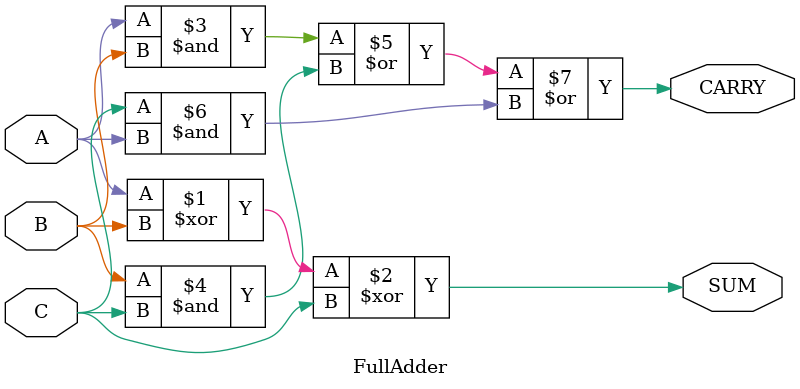
<source format=v>
`timescale 1ns / 1ps

// Data Flow Modelling
module FullAdder(A, B, C, SUM, CARRY);
input A, B, C;
output SUM, CARRY;
assign SUM = A ^ B ^ C;
assign CARRY = ((A & B) | (B & C) | (C & A));
endmodule

</source>
